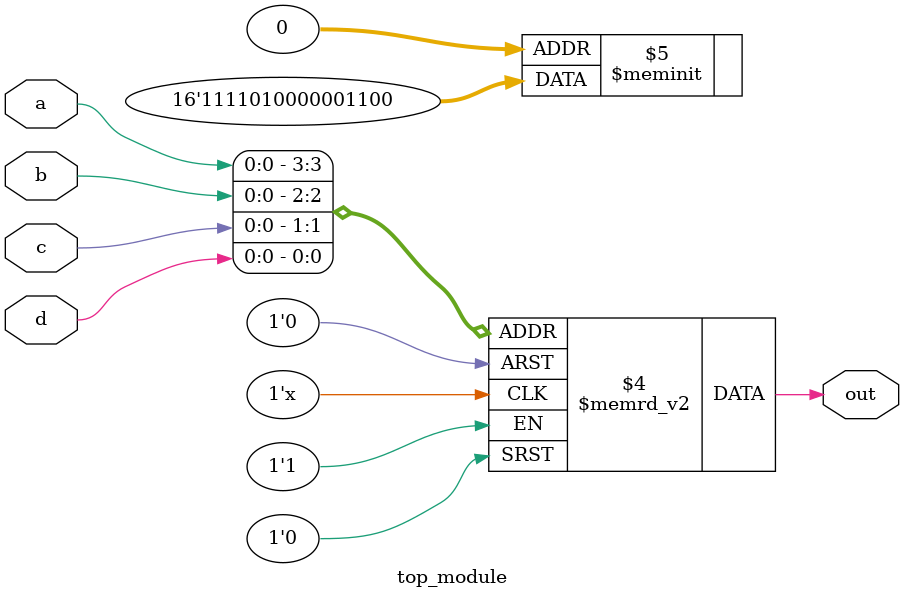
<source format=sv>
module top_module (
    input a, 
    input b,
    input c,
    input d,
    output reg out
);

always @(a, b, c, d) begin
    case({a, b, c, d})
        4'b0000: out = 0;
        4'b0001: out = 0;
        4'b0010: out = 1;
        4'b0011: out = 1;
        4'b0100: out = 0;
        4'b0101: out = 0;
        4'b0110: out = 0;
        4'b0111: out = 0;
        4'b1000: out = 0;
        4'b1001: out = 0;
        4'b1010: out = 1;
        4'b1011: out = 0;
        4'b1100: out = 1;
        4'b1101: out = 1;
        4'b1110: out = 1;
        4'b1111: out = 1;
    endcase
end

endmodule

</source>
